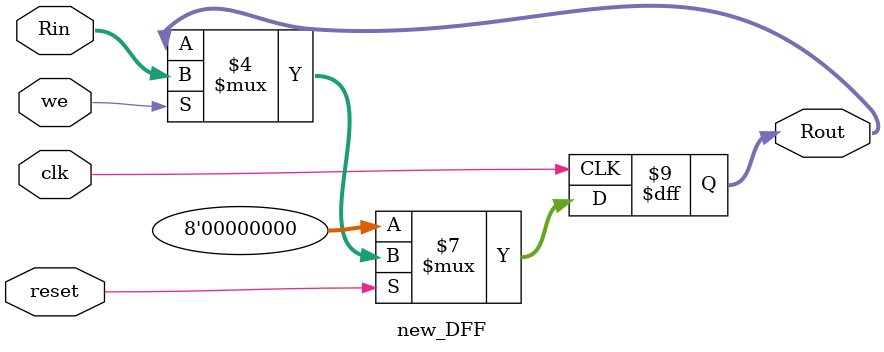
<source format=v>
`timescale 1ns / 1ps

module new_DFF#(parameter mem_width = 8)(
    input clk,
    input reset,
    input [mem_width-1 : 0] Rin,
    input we,
    output reg [mem_width-1 : 0] Rout = {mem_width-1{1'b0}});
    
    always @(negedge clk) begin 
        if(!reset) begin
            Rout <= 0;
        end
        else if(we) begin
            Rout <= Rin;
        end
    end
    
endmodule

</source>
